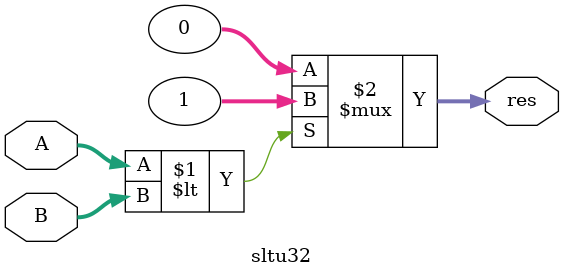
<source format=v>
`timescale 1ns / 1ps
module sltu32(
	input [31:0] A,
	input [31:0] B,
	output [31:0] res
    );
	
	//wire [32:0] uA,uB;
	//assign uA = {1'b0,A};
	//assign uB = {1'b0,B};
	assign res = {31'h00000000,A<B?1:0};

endmodule

</source>
